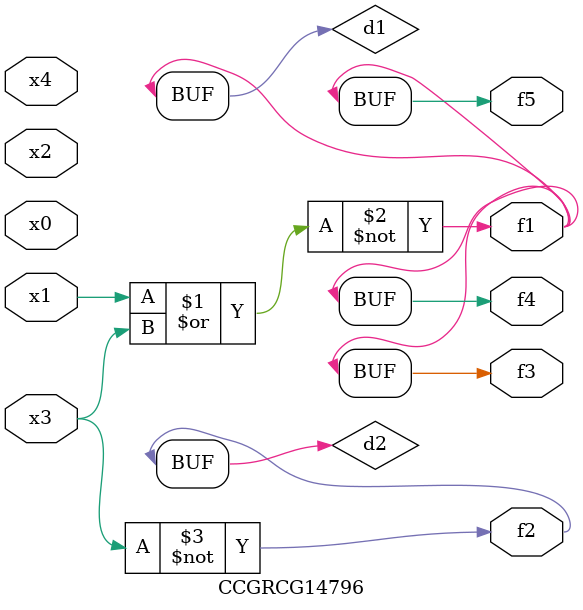
<source format=v>
module CCGRCG14796(
	input x0, x1, x2, x3, x4,
	output f1, f2, f3, f4, f5
);

	wire d1, d2;

	nor (d1, x1, x3);
	not (d2, x3);
	assign f1 = d1;
	assign f2 = d2;
	assign f3 = d1;
	assign f4 = d1;
	assign f5 = d1;
endmodule

</source>
